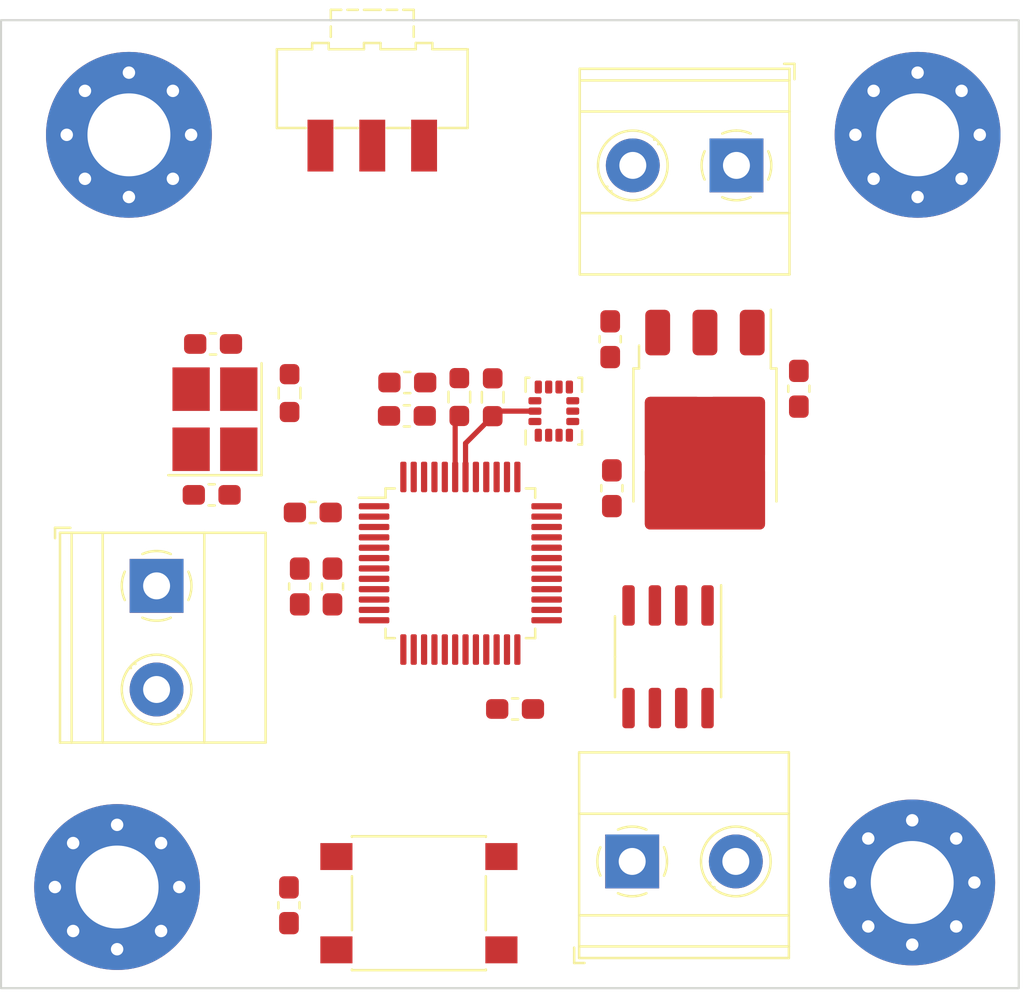
<source format=kicad_pcb>
(kicad_pcb (version 20221018) (generator pcbnew)
  (layers (0 "F.Cu" signal) (31 "B.Cu" signal) (34 "B.Paste" user) (35 "F.Paste" user) (36 "B.SilkS" user "B.Silkscreen") (37 "F.SilkS" user "F.Silkscreen") (38 "B.Mask" user) (39 "F.Mask" user) (44 "Edge.Cuts" user))
  (net 0 "")
  (net 1 "NRST")
  (net 2 "Net-(C1-Pad2)")
  (net 3 "HSE_In")
  (net 4 "GND")
  (net 5 "Net-(C3-Pad1)")
  (net 6 "+5V")
  (net 7 "+3.3V")
  (net 8 "Net-(J1-Pin_1)")
  (net 9 "Net-(J1-Pin_2)")
  (net 10 "GPIO2")
  (net 11 "GPIO1")
  (net 12 "I2C1_SCL")
  (net 13 "I2C1_SDA")
  (net 14 "HSE_OUT")
  (net 15 "BOOT0")
  (net 22 "CAN_TX")
  (net 23 "CAN_RX")
  (net 25 "Silent_Mode")
  (net 52 "INT1")
  (net 53 "INT2")
  (footprint "Capacitor_SMD:C_0603_1608Metric_Pad1.08x0.95mm_HandSolder" (layer "F.Cu") (at 132.15 78.58)
    (fp_text reference "C10" hide)
    (fp_text value "4.7u")
    (fp_line (start -0.146267 -0.51) (end 0.146267 -0.51) (stroke (width 0.12)) (layer "F.SilkS"))
    (fp_line (start -0.146267 0.51) (end 0.146267 0.51) (stroke (width 0.12)) (layer "F.SilkS"))
    (pad "1" smd roundrect (at -0.8625 0) (size 1.075 0.95) (layers "F.Cu" "F.Paste" "F.Mask") (net 7 "+3.3V"))
    (pad "2" smd roundrect (at 0.8625 0) (size 1.075 0.95) (layers "F.Cu" "F.Paste" "F.Mask") (net 4 "GND"))
  )
  (footprint "Capacitor_SMD:C_0603_1608Metric_Pad1.08x0.95mm_HandSolder" (layer "F.Cu") (at 127.59 84.85 180)
    (fp_text reference "C6" hide)
    (fp_text value "100n")
    (fp_line (start -0.146267 -0.51) (end 0.146267 -0.51) (stroke (width 0.12)) (layer "F.SilkS"))
    (fp_line (start -0.146267 0.51) (end 0.146267 0.51) (stroke (width 0.12)) (layer "F.SilkS"))
    (pad "1" smd roundrect (at -0.8625 0 180) (size 1.075 0.95) (layers "F.Cu" "F.Paste" "F.Mask") (net 7 "+3.3V"))
    (pad "2" smd roundrect (at 0.8625 0 180) (size 1.075 0.95) (layers "F.Cu" "F.Paste" "F.Mask") (net 4 "GND"))
  )
  (footprint "Package_SO:SOIC-8_3.9x4.9mm_P1.27mm" (layer "F.Cu") (at 144.73 91.81 -90)
    (fp_text reference "U2" hide)
    (fp_text value "TJA1051T")
    (fp_line (start 0 -2.56) (end -3.45 -2.56) (stroke (width 0.12)) (layer "F.SilkS"))
    (fp_line (start 0 -2.56) (end 1.95 -2.56) (stroke (width 0.12)) (layer "F.SilkS"))
    (fp_line (start 0 2.56) (end -1.95 2.56) (stroke (width 0.12)) (layer "F.SilkS"))
    (fp_line (start 0 2.56) (end 1.95 2.56) (stroke (width 0.12)) (layer "F.SilkS"))
    (pad "1" smd roundrect (at -2.475 -1.905 270) (size 1.95 0.6) (layers "F.Cu" "F.Paste" "F.Mask") (net 22 "CAN_TX"))
    (pad "2" smd roundrect (at -2.475 -0.635 270) (size 1.95 0.6) (layers "F.Cu" "F.Paste" "F.Mask") (net 4 "GND"))
    (pad "3" smd roundrect (at -2.475 0.635 270) (size 1.95 0.6) (layers "F.Cu" "F.Paste" "F.Mask") (net 6 "+5V"))
    (pad "4" smd roundrect (at -2.475 1.905 270) (size 1.95 0.6) (layers "F.Cu" "F.Paste" "F.Mask") (net 23 "CAN_RX"))
    (pad "5" smd roundrect (at 2.475 1.905 270) (size 1.95 0.6) (layers "F.Cu" "F.Paste" "F.Mask"))
    (pad "6" smd roundrect (at 2.475 0.635 270) (size 1.95 0.6) (layers "F.Cu" "F.Paste" "F.Mask") (net 8 "Net-(J1-Pin_1)"))
    (pad "7" smd roundrect (at 2.475 -0.635 270) (size 1.95 0.6) (layers "F.Cu" "F.Paste" "F.Mask") (net 9 "Net-(J1-Pin_2)"))
    (pad "8" smd roundrect (at 2.475 -1.905 270) (size 1.95 0.6) (layers "F.Cu" "F.Paste" "F.Mask") (net 25 "Silent_Mode"))
  )
  (footprint "Capacitor_SMD:C_0603_1608Metric_Pad1.08x0.95mm_HandSolder" (layer "F.Cu") (at 126.44 103.8 -90)
    (fp_text reference "C1" hide)
    (fp_text value "100n")
    (fp_line (start -0.146267 -0.51) (end 0.146267 -0.51) (stroke (width 0.12)) (layer "F.SilkS"))
    (fp_line (start -0.146267 0.51) (end 0.146267 0.51) (stroke (width 0.12)) (layer "F.SilkS"))
    (pad "1" smd roundrect (at -0.8625 0 270) (size 1.075 0.95) (layers "F.Cu" "F.Paste" "F.Mask") (net 1 "NRST"))
    (pad "2" smd roundrect (at 0.8625 0 270) (size 1.075 0.95) (layers "F.Cu" "F.Paste" "F.Mask") (net 2 "Net-(C1-Pad2)"))
  )
  (footprint "Package_LGA:LGA-14_3x2.5mm_P0.5mm_LayoutBorder3x4y" (layer "F.Cu") (at 139.22 79.96 90)
    (fp_text reference "U1" hide)
    (fp_text value "~")
    (fp_line (start -1.61 1.36) (end -1.61 1.185) (stroke (width 0.12)) (layer "F.SilkS"))
    (fp_line (start -0.935 -1.36) (end -1.61 -1.36) (stroke (width 0.12)) (layer "F.SilkS"))
    (fp_line (start -0.935 1.36) (end -1.61 1.36) (stroke (width 0.12)) (layer "F.SilkS"))
    (fp_line (start 0.935 -1.36) (end 1.61 -1.36) (stroke (width 0.12)) (layer "F.SilkS"))
    (fp_line (start 0.935 1.36) (end 1.61 1.36) (stroke (width 0.12)) (layer "F.SilkS"))
    (fp_line (start 1.61 -1.36) (end 1.61 -1.185) (stroke (width 0.12)) (layer "F.SilkS"))
    (fp_line (start 1.61 1.36) (end 1.61 1.185) (stroke (width 0.12)) (layer "F.SilkS"))
    (pad "1" smd roundrect (at -1.1625 -0.75 90) (size 0.625 0.35) (layers "F.Cu" "F.Paste" "F.Mask"))
    (pad "2" smd roundrect (at -1.1625 -0.25 90) (size 0.625 0.35) (layers "F.Cu" "F.Paste" "F.Mask"))
    (pad "3" smd roundrect (at -1.1625 0.25 90) (size 0.625 0.35) (layers "F.Cu" "F.Paste" "F.Mask"))
    (pad "4" smd roundrect (at -1.1625 0.75 90) (size 0.625 0.35) (layers "F.Cu" "F.Paste" "F.Mask") (net 52 "INT1"))
    (pad "5" smd roundrect (at -0.5 0.9125 90) (size 0.35 0.625) (layers "F.Cu" "F.Paste" "F.Mask") (net 7 "+3.3V"))
    (pad "6" smd roundrect (at 0 0.9125 90) (size 0.35 0.625) (layers "F.Cu" "F.Paste" "F.Mask") (net 4 "GND"))
    (pad "7" smd roundrect (at 0.5 0.9125 90) (size 0.35 0.625) (layers "F.Cu" "F.Paste" "F.Mask") (net 4 "GND"))
    (pad "8" smd roundrect (at 1.1625 0.75 90) (size 0.625 0.35) (layers "F.Cu" "F.Paste" "F.Mask") (net 7 "+3.3V"))
    (pad "9" smd roundrect (at 1.1625 0.25 90) (size 0.625 0.35) (layers "F.Cu" "F.Paste" "F.Mask") (net 53 "INT2"))
    (pad "10" smd roundrect (at 1.1625 -0.25 90) (size 0.625 0.35) (layers "F.Cu" "F.Paste" "F.Mask"))
    (pad "11" smd roundrect (at 1.1625 -0.75 90) (size 0.625 0.35) (layers "F.Cu" "F.Paste" "F.Mask"))
    (pad "12" smd roundrect (at 0.5 -0.9125 90) (size 0.35 0.625) (layers "F.Cu" "F.Paste" "F.Mask"))
    (pad "13" smd roundrect (at 0 -0.9125 90) (size 0.35 0.625) (layers "F.Cu" "F.Paste" "F.Mask") (net 12 "I2C1_SCL"))
    (pad "14" smd roundrect (at -0.5 -0.9125 90) (size 0.35 0.625) (layers "F.Cu" "F.Paste" "F.Mask") (net 13 "I2C1_SDA"))
  )
  (footprint "Crystal:Crystal_SMD_3225-4Pin_3.2x2.5mm_HandSoldering" (layer "F.Cu") (at 122.87 80.35 90)
    (fp_text reference "Y1" hide)
    (fp_text value "Crystal_GND24")
    (fp_line (start -2.7 -2.25) (end -2.7 2.25) (stroke (width 0.12)) (layer "F.SilkS"))
    (fp_line (start -2.7 2.25) (end 2.7 2.25) (stroke (width 0.12)) (layer "F.SilkS"))
    (pad "1" smd rect (at -1.45 1.15 90) (size 2.1 1.8) (layers "F.Cu" "F.Paste" "F.Mask") (net 3 "HSE_In"))
    (pad "2" smd rect (at 1.45 1.15 90) (size 2.1 1.8) (layers "F.Cu" "F.Paste" "F.Mask") (net 4 "GND"))
    (pad "3" smd rect (at 1.45 -1.15 90) (size 2.1 1.8) (layers "F.Cu" "F.Paste" "F.Mask") (net 5 "Net-(C3-Pad1)"))
    (pad "4" smd rect (at -1.45 -1.15 90) (size 2.1 1.8) (layers "F.Cu" "F.Paste" "F.Mask") (net 4 "GND"))
  )
  (footprint "Capacitor_SMD:C_0603_1608Metric_Pad1.08x0.95mm_HandSolder" (layer "F.Cu") (at 151.04 78.88 90)
    (fp_text reference "C5" hide)
    (fp_text value "22u")
    (fp_line (start -0.146267 -0.51) (end 0.146267 -0.51) (stroke (width 0.12)) (layer "F.SilkS"))
    (fp_line (start -0.146267 0.51) (end 0.146267 0.51) (stroke (width 0.12)) (layer "F.SilkS"))
    (pad "1" smd roundrect (at -0.8625 0 90) (size 1.075 0.95) (layers "F.Cu" "F.Paste" "F.Mask") (net 7 "+3.3V"))
    (pad "2" smd roundrect (at 0.8625 0 90) (size 1.075 0.95) (layers "F.Cu" "F.Paste" "F.Mask") (net 4 "GND"))
  )
  (footprint "Capacitor_SMD:C_0603_1608Metric_Pad1.08x0.95mm_HandSolder" (layer "F.Cu") (at 122.78 76.72)
    (fp_text reference "C3" hide)
    (fp_text value "C")
    (fp_line (start -0.146267 -0.51) (end 0.146267 -0.51) (stroke (width 0.12)) (layer "F.SilkS"))
    (fp_line (start -0.146267 0.51) (end 0.146267 0.51) (stroke (width 0.12)) (layer "F.SilkS"))
    (pad "1" smd roundrect (at -0.8625 0) (size 1.075 0.95) (layers "F.Cu" "F.Paste" "F.Mask") (net 5 "Net-(C3-Pad1)"))
    (pad "2" smd roundrect (at 0.8625 0) (size 1.075 0.95) (layers "F.Cu" "F.Paste" "F.Mask") (net 4 "GND"))
  )
  (footprint "Capacitor_SMD:C_0603_1608Metric_Pad1.08x0.95mm_HandSolder" (layer "F.Cu") (at 137.35 94.33 180)
    (fp_text reference "C9" hide)
    (fp_text value "100n")
    (fp_line (start -0.146267 -0.51) (end 0.146267 -0.51) (stroke (width 0.12)) (layer "F.SilkS"))
    (fp_line (start -0.146267 0.51) (end 0.146267 0.51) (stroke (width 0.12)) (layer "F.SilkS"))
    (pad "1" smd roundrect (at -0.8625 0 180) (size 1.075 0.95) (layers "F.Cu" "F.Paste" "F.Mask") (net 7 "+3.3V"))
    (pad "2" smd roundrect (at 0.8625 0 180) (size 1.075 0.95) (layers "F.Cu" "F.Paste" "F.Mask") (net 4 "GND"))
  )
  (footprint "Capacitor_SMD:C_0603_1608Metric_Pad1.08x0.95mm_HandSolder" (layer "F.Cu") (at 142.02 83.68 -90)
    (fp_text reference "C8" hide)
    (fp_text value "100n")
    (fp_line (start -0.146267 -0.51) (end 0.146267 -0.51) (stroke (width 0.12)) (layer "F.SilkS"))
    (fp_line (start -0.146267 0.51) (end 0.146267 0.51) (stroke (width 0.12)) (layer "F.SilkS"))
    (pad "1" smd roundrect (at -0.8625 0 270) (size 1.075 0.95) (layers "F.Cu" "F.Paste" "F.Mask") (net 7 "+3.3V"))
    (pad "2" smd roundrect (at 0.8625 0 270) (size 1.075 0.95) (layers "F.Cu" "F.Paste" "F.Mask") (net 4 "GND"))
  )
  (footprint "MountingHole:MountingHole_4mm_Pad_Via" (layer "F.Cu") (at 118.15 102.92)
    (fp_text reference "H2" hide)
    (fp_text value "MountingHole")
    (pad "1" thru_hole circle (at -3 0) (size 0.9 0.9) (drill 0.6) (layers "*.Cu" "*.Mask"))
    (pad "1" thru_hole circle (at -2.12132 -2.12132) (size 0.9 0.9) (drill 0.6) (layers "*.Cu" "*.Mask"))
    (pad "1" thru_hole circle (at -2.12132 2.12132) (size 0.9 0.9) (drill 0.6) (layers "*.Cu" "*.Mask"))
    (pad "1" thru_hole circle (at 0 -3) (size 0.9 0.9) (drill 0.6) (layers "*.Cu" "*.Mask"))
    (pad "1" thru_hole circle (at 0 0) (size 8 8) (drill 4) (layers "*.Cu" "*.Mask"))
    (pad "1" thru_hole circle (at 0 3) (size 0.9 0.9) (drill 0.6) (layers "*.Cu" "*.Mask"))
    (pad "1" thru_hole circle (at 2.12132 -2.12132) (size 0.9 0.9) (drill 0.6) (layers "*.Cu" "*.Mask"))
    (pad "1" thru_hole circle (at 2.12132 2.12132) (size 0.9 0.9) (drill 0.6) (layers "*.Cu" "*.Mask"))
    (pad "1" thru_hole circle (at 3 0) (size 0.9 0.9) (drill 0.6) (layers "*.Cu" "*.Mask"))
  )
  (footprint "Capacitor_SMD:C_0603_1608Metric_Pad1.08x0.95mm_HandSolder" (layer "F.Cu") (at 132.13 80.19)
    (fp_text reference "C7" hide)
    (fp_text value "100n")
    (fp_line (start -0.146267 -0.51) (end 0.146267 -0.51) (stroke (width 0.12)) (layer "F.SilkS"))
    (fp_line (start -0.146267 0.51) (end 0.146267 0.51) (stroke (width 0.12)) (layer "F.SilkS"))
    (pad "1" smd roundrect (at -0.8625 0) (size 1.075 0.95) (layers "F.Cu" "F.Paste" "F.Mask") (net 7 "+3.3V"))
    (pad "2" smd roundrect (at 0.8625 0) (size 1.075 0.95) (layers "F.Cu" "F.Paste" "F.Mask") (net 4 "GND"))
  )
  (footprint "Capacitor_SMD:C_0603_1608Metric_Pad1.08x0.95mm_HandSolder" (layer "F.Cu") (at 141.94 76.49 90)
    (fp_text reference "C4" hide)
    (fp_text value "10u")
    (fp_line (start -0.146267 -0.51) (end 0.146267 -0.51) (stroke (width 0.12)) (layer "F.SilkS"))
    (fp_line (start -0.146267 0.51) (end 0.146267 0.51) (stroke (width 0.12)) (layer "F.SilkS"))
    (pad "1" smd roundrect (at -0.8625 0 90) (size 1.075 0.95) (layers "F.Cu" "F.Paste" "F.Mask") (net 6 "+5V"))
    (pad "2" smd roundrect (at 0.8625 0 90) (size 1.075 0.95) (layers "F.Cu" "F.Paste" "F.Mask") (net 4 "GND"))
  )
  (footprint "Package_QFP:LQFP-48_7x7mm_P0.5mm" (layer "F.Cu") (at 134.71 87.3)
    (fp_text reference "U3" hide)
    (fp_text value "STM32F103C8Tx")
    (fp_line (start -3.61 -3.61) (end -3.61 -3.16) (stroke (width 0.12)) (layer "F.SilkS"))
    (fp_line (start -3.61 -3.16) (end -4.9 -3.16) (stroke (width 0.12)) (layer "F.SilkS"))
    (fp_line (start -3.61 3.61) (end -3.61 3.16) (stroke (width 0.12)) (layer "F.SilkS"))
    (fp_line (start -3.16 -3.61) (end -3.61 -3.61) (stroke (width 0.12)) (layer "F.SilkS"))
    (fp_line (start -3.16 3.61) (end -3.61 3.61) (stroke (width 0.12)) (layer "F.SilkS"))
    (fp_line (start 3.16 -3.61) (end 3.61 -3.61) (stroke (width 0.12)) (layer "F.SilkS"))
    (fp_line (start 3.16 3.61) (end 3.61 3.61) (stroke (width 0.12)) (layer "F.SilkS"))
    (fp_line (start 3.61 -3.61) (end 3.61 -3.16) (stroke (width 0.12)) (layer "F.SilkS"))
    (fp_line (start 3.61 3.61) (end 3.61 3.16) (stroke (width 0.12)) (layer "F.SilkS"))
    (pad "1" smd roundrect (at -4.1625 -2.75) (size 1.475 0.3) (layers "F.Cu" "F.Paste" "F.Mask") (net 7 "+3.3V"))
    (pad "2" smd roundrect (at -4.1625 -2.25) (size 1.475 0.3) (layers "F.Cu" "F.Paste" "F.Mask"))
    (pad "3" smd roundrect (at -4.1625 -1.75) (size 1.475 0.3) (layers "F.Cu" "F.Paste" "F.Mask"))
    (pad "4" smd roundrect (at -4.1625 -1.25) (size 1.475 0.3) (layers "F.Cu" "F.Paste" "F.Mask"))
    (pad "5" smd roundrect (at -4.1625 -0.75) (size 1.475 0.3) (layers "F.Cu" "F.Paste" "F.Mask") (net 3 "HSE_In"))
    (pad "6" smd roundrect (at -4.1625 -0.25) (size 1.475 0.3) (layers "F.Cu" "F.Paste" "F.Mask") (net 14 "HSE_OUT"))
    (pad "7" smd roundrect (at -4.1625 0.25) (size 1.475 0.3) (layers "F.Cu" "F.Paste" "F.Mask") (net 1 "NRST"))
    (pad "8" smd roundrect (at -4.1625 0.75) (size 1.475 0.3) (layers "F.Cu" "F.Paste" "F.Mask") (net 4 "GND"))
    (pad "9" smd roundrect (at -4.1625 1.25) (size 1.475 0.3) (layers "F.Cu" "F.Paste" "F.Mask") (net 7 "+3.3V"))
    (pad "10" smd roundrect (at -4.1625 1.75) (size 1.475 0.3) (layers "F.Cu" "F.Paste" "F.Mask"))
    (pad "11" smd roundrect (at -4.1625 2.25) (size 1.475 0.3) (layers "F.Cu" "F.Paste" "F.Mask"))
    (pad "12" smd roundrect (at -4.1625 2.75) (size 1.475 0.3) (layers "F.Cu" "F.Paste" "F.Mask"))
    (pad "13" smd roundrect (at -2.75 4.1625) (size 0.3 1.475) (layers "F.Cu" "F.Paste" "F.Mask") (net 11 "GPIO1"))
    (pad "14" smd roundrect (at -2.25 4.1625) (size 0.3 1.475) (layers "F.Cu" "F.Paste" "F.Mask") (net 10 "GPIO2"))
    (pad "15" smd roundrect (at -1.75 4.1625) (size 0.3 1.475) (layers "F.Cu" "F.Paste" "F.Mask"))
    (pad "16" smd roundrect (at -1.25 4.1625) (size 0.3 1.475) (layers "F.Cu" "F.Paste" "F.Mask"))
    (pad "17" smd roundrect (at -0.75 4.1625) (size 0.3 1.475) (layers "F.Cu" "F.Paste" "F.Mask"))
    (pad "18" smd roundrect (at -0.25 4.1625) (size 0.3 1.475) (layers "F.Cu" "F.Paste" "F.Mask"))
    (pad "19" smd roundrect (at 0.25 4.1625) (size 0.3 1.475) (layers "F.Cu" "F.Paste" "F.Mask"))
    (pad "20" smd roundrect (at 0.75 4.1625) (size 0.3 1.475) (layers "F.Cu" "F.Paste" "F.Mask"))
    (pad "21" smd roundrect (at 1.25 4.1625) (size 0.3 1.475) (layers "F.Cu" "F.Paste" "F.Mask"))
    (pad "22" smd roundrect (at 1.75 4.1625) (size 0.3 1.475) (layers "F.Cu" "F.Paste" "F.Mask"))
    (pad "23" smd roundrect (at 2.25 4.1625) (size 0.3 1.475) (layers "F.Cu" "F.Paste" "F.Mask") (net 4 "GND"))
    (pad "24" smd roundrect (at 2.75 4.1625) (size 0.3 1.475) (layers "F.Cu" "F.Paste" "F.Mask") (net 7 "+3.3V"))
    (pad "25" smd roundrect (at 4.1625 2.75) (size 1.475 0.3) (layers "F.Cu" "F.Paste" "F.Mask"))
    (pad "26" smd roundrect (at 4.1625 2.25) (size 1.475 0.3) (layers "F.Cu" "F.Paste" "F.Mask"))
    (pad "27" smd roundrect (at 4.1625 1.75) (size 1.475 0.3) (layers "F.Cu" "F.Paste" "F.Mask"))
    (pad "28" smd roundrect (at 4.1625 1.25) (size 1.475 0.3) (layers "F.Cu" "F.Paste" "F.Mask"))
    (pad "29" smd roundrect (at 4.1625 0.75) (size 1.475 0.3) (layers "F.Cu" "F.Paste" "F.Mask"))
    (pad "30" smd roundrect (at 4.1625 0.25) (size 1.475 0.3) (layers "F.Cu" "F.Paste" "F.Mask") (net 25 "Silent_Mode"))
    (pad "31" smd roundrect (at 4.1625 -0.25) (size 1.475 0.3) (layers "F.Cu" "F.Paste" "F.Mask"))
    (pad "32" smd roundrect (at 4.1625 -0.75) (size 1.475 0.3) (layers "F.Cu" "F.Paste" "F.Mask"))
    (pad "33" smd roundrect (at 4.1625 -1.25) (size 1.475 0.3) (layers "F.Cu" "F.Paste" "F.Mask") (net 22 "CAN_TX"))
    (pad "34" smd roundrect (at 4.1625 -1.75) (size 1.475 0.3) (layers "F.Cu" "F.Paste" "F.Mask") (net 23 "CAN_RX"))
    (pad "35" smd roundrect (at 4.1625 -2.25) (size 1.475 0.3) (layers "F.Cu" "F.Paste" "F.Mask") (net 4 "GND"))
    (pad "36" smd roundrect (at 4.1625 -2.75) (size 1.475 0.3) (layers "F.Cu" "F.Paste" "F.Mask") (net 7 "+3.3V"))
    (pad "37" smd roundrect (at 2.75 -4.1625) (size 0.3 1.475) (layers "F.Cu" "F.Paste" "F.Mask"))
    (pad "38" smd roundrect (at 2.25 -4.1625) (size 0.3 1.475) (layers "F.Cu" "F.Paste" "F.Mask"))
    (pad "39" smd roundrect (at 1.75 -4.1625) (size 0.3 1.475) (layers "F.Cu" "F.Paste" "F.Mask"))
    (pad "40" smd roundrect (at 1.25 -4.1625) (size 0.3 1.475) (layers "F.Cu" "F.Paste" "F.Mask") (net 52 "INT1"))
    (pad "41" smd roundrect (at 0.75 -4.1625) (size 0.3 1.475) (layers "F.Cu" "F.Paste" "F.Mask") (net 53 "INT2"))
    (pad "42" smd roundrect (at 0.25 -4.1625) (size 0.3 1.475) (layers "F.Cu" "F.Paste" "F.Mask") (net 12 "I2C1_SCL"))
    (pad "43" smd roundrect (at -0.25 -4.1625) (size 0.3 1.475) (layers "F.Cu" "F.Paste" "F.Mask") (net 13 "I2C1_SDA"))
    (pad "44" smd roundrect (at -0.75 -4.1625) (size 0.3 1.475) (layers "F.Cu" "F.Paste" "F.Mask") (net 15 "BOOT0"))
    (pad "45" smd roundrect (at -1.25 -4.1625) (size 0.3 1.475) (layers "F.Cu" "F.Paste" "F.Mask"))
    (pad "46" smd roundrect (at -1.75 -4.1625) (size 0.3 1.475) (layers "F.Cu" "F.Paste" "F.Mask"))
    (pad "47" smd roundrect (at -2.25 -4.1625) (size 0.3 1.475) (layers "F.Cu" "F.Paste" "F.Mask") (net 4 "GND"))
    (pad "48" smd roundrect (at -2.75 -4.1625) (size 0.3 1.475) (layers "F.Cu" "F.Paste" "F.Mask") (net 7 "+3.3V"))
  )
  (footprint "MountingHole:MountingHole_4mm_Pad_Via" (layer "F.Cu") (at 118.72 66.63)
    (fp_text reference "H1" hide)
    (fp_text value "MountingHole")
    (pad "1" thru_hole circle (at -3 0) (size 0.9 0.9) (drill 0.6) (layers "*.Cu" "*.Mask"))
    (pad "1" thru_hole circle (at -2.12132 -2.12132) (size 0.9 0.9) (drill 0.6) (layers "*.Cu" "*.Mask"))
    (pad "1" thru_hole circle (at -2.12132 2.12132) (size 0.9 0.9) (drill 0.6) (layers "*.Cu" "*.Mask"))
    (pad "1" thru_hole circle (at 0 -3) (size 0.9 0.9) (drill 0.6) (layers "*.Cu" "*.Mask"))
    (pad "1" thru_hole circle (at 0 0) (size 8 8) (drill 4) (layers "*.Cu" "*.Mask"))
    (pad "1" thru_hole circle (at 0 3) (size 0.9 0.9) (drill 0.6) (layers "*.Cu" "*.Mask"))
    (pad "1" thru_hole circle (at 2.12132 -2.12132) (size 0.9 0.9) (drill 0.6) (layers "*.Cu" "*.Mask"))
    (pad "1" thru_hole circle (at 2.12132 2.12132) (size 0.9 0.9) (drill 0.6) (layers "*.Cu" "*.Mask"))
    (pad "1" thru_hole circle (at 3 0) (size 0.9 0.9) (drill 0.6) (layers "*.Cu" "*.Mask"))
  )
  (footprint "Resistor_SMD:R_0603_1608Metric_Pad0.98x0.95mm_HandSolder" (layer "F.Cu") (at 126.47 79.09 90)
    (fp_text reference "R3" hide)
    (fp_text value "0")
    (fp_line (start -0.254724 -0.5225) (end 0.254724 -0.5225) (stroke (width 0.12)) (layer "F.SilkS"))
    (fp_line (start -0.254724 0.5225) (end 0.254724 0.5225) (stroke (width 0.12)) (layer "F.SilkS"))
    (pad "1" smd roundrect (at -0.9125 0 90) (size 0.975 0.95) (layers "F.Cu" "F.Paste" "F.Mask") (net 14 "HSE_OUT"))
    (pad "2" smd roundrect (at 0.9125 0 90) (size 0.975 0.95) (layers "F.Cu" "F.Paste" "F.Mask") (net 5 "Net-(C3-Pad1)"))
  )
  (footprint "TerminalBlock_Phoenix:TerminalBlock_Phoenix_MKDS-1,5-2_1x02_P5.00mm_Horizontal" (layer "F.Cu") (at 148.03 68.105 180)
    (fp_text reference "J3" hide)
    (fp_text value "Power")
    (fp_line (start -2.8 4.16) (end -2.8 4.9) (stroke (width 0.12)) (layer "F.SilkS"))
    (fp_line (start -2.8 4.9) (end -2.3 4.9) (stroke (width 0.12)) (layer "F.SilkS"))
    (fp_line (start -2.56 -5.261) (end -2.56 4.66) (stroke (width 0.12)) (layer "F.SilkS"))
    (fp_line (start -2.56 -5.261) (end 7.56 -5.261) (stroke (width 0.12)) (layer "F.SilkS"))
    (fp_line (start -2.56 -2.301) (end 7.56 -2.301) (stroke (width 0.12)) (layer "F.SilkS"))
    (fp_line (start -2.56 2.6) (end 7.56 2.6) (stroke (width 0.12)) (layer "F.SilkS"))
    (fp_line (start -2.56 4.1) (end 7.56 4.1) (stroke (width 0.12)) (layer "F.SilkS"))
    (fp_line (start -2.56 4.66) (end 7.56 4.66) (stroke (width 0.12)) (layer "F.SilkS"))
    (fp_line (start 3.773 1.023) (end 3.726 1.069) (stroke (width 0.12)) (layer "F.SilkS"))
    (fp_line (start 3.966 1.239) (end 3.931 1.274) (stroke (width 0.12)) (layer "F.SilkS"))
    (fp_line (start 6.07 -1.275) (end 6.035 -1.239) (stroke (width 0.12)) (layer "F.SilkS"))
    (fp_line (start 6.275 -1.069) (end 6.228 -1.023) (stroke (width 0.12)) (layer "F.SilkS"))
    (fp_line (start 7.56 -5.261) (end 7.56 4.66) (stroke (width 0.12)) (layer "F.SilkS"))
    (fp_arc (start -1.535427 0.683042) (mid -1.680501 -0.000524) (end -1.535 -0.684) (stroke (width 0.12)) (layer "F.SilkS"))
    (fp_arc (start -0.683042 -1.535427) (mid 0.000524 -1.680501) (end 0.684 -1.535) (stroke (width 0.12)) (layer "F.SilkS"))
    (fp_arc (start 0.028805 1.680253) (mid -0.335551 1.646659) (end -0.684 1.535) (stroke (width 0.12)) (layer "F.SilkS"))
    (fp_arc (start 0.683318 1.534756) (mid 0.349292 1.643288) (end 0 1.68) (stroke (width 0.12)) (layer "F.SilkS"))
    (fp_arc (start 1.535427 -0.683042) (mid 1.680501 0.000524) (end 1.535 0.684) (stroke (width 0.12)) (layer "F.SilkS"))
    (fp_circle (center 5 0) (end 6.68 0) (stroke (width 0.12)) (fill none) (layer "F.SilkS"))
    (pad "1" thru_hole rect (at 0 0 180) (size 2.6 2.6) (drill 1.3) (layers "*.Cu" "*.Mask") (net 4 "GND"))
    (pad "2" thru_hole circle (at 5 0 180) (size 2.6 2.6) (drill 1.3) (layers "*.Cu" "*.Mask") (net 6 "+5V"))
  )
  (footprint "Button_Switch_SMD:SW_SPDT_CK-JS102011SAQN" (layer "F.Cu") (at 130.46 64.4 180)
    (fp_text reference "SW2" hide)
    (fp_text value "BOOT0 selector ")
    (fp_line (start -4.6 -1.9) (end -3.2 -1.9) (stroke (width 0.12)) (layer "F.SilkS"))
    (fp_line (start -4.6 1.9) (end -4.6 -1.9) (stroke (width 0.12)) (layer "F.SilkS"))
    (fp_line (start -4.6 1.9) (end -4.6 1.9) (stroke (width 0.12)) (layer "F.SilkS"))
    (fp_line (start -2.9 1.9) (end -4.6 1.9) (stroke (width 0.12)) (layer "F.SilkS"))
    (fp_line (start -2.9 2.2) (end -2.9 1.9) (stroke (width 0.12)) (layer "F.SilkS"))
    (fp_line (start -2.1 1.9) (end -2.1 2.2) (stroke (width 0.12)) (layer "F.SilkS"))
    (fp_line (start -2.1 2.2) (end -2.9 2.2) (stroke (width 0.12)) (layer "F.SilkS"))
    (fp_line (start -2 2.5) (end -2 2.5) (stroke (width 0.12)) (layer "F.SilkS"))
    (fp_line (start -2 3) (end -2 2.5) (stroke (width 0.12)) (layer "F.SilkS"))
    (fp_line (start -2 3.3) (end -2 3.3) (stroke (width 0.12)) (layer "F.SilkS"))
    (fp_line (start -2 3.8) (end -2 3.3) (stroke (width 0.12)) (layer "F.SilkS"))
    (fp_line (start -2 3.8) (end -1.5 3.8) (stroke (width 0.12)) (layer "F.SilkS"))
    (fp_line (start -1.8 -1.9) (end -1.8 -1.9) (stroke (width 0.12)) (layer "F.SilkS"))
    (fp_line (start -1.5 3.8) (end -1.5 3.8) (stroke (width 0.12)) (layer "F.SilkS"))
    (fp_line (start -1.2 3.8) (end -0.7 3.8) (stroke (width 0.12)) (layer "F.SilkS"))
    (fp_line (start -0.7 -1.9) (end -1.8 -1.9) (stroke (width 0.12)) (layer "F.SilkS"))
    (fp_line (start -0.7 3.8) (end -0.7 3.8) (stroke (width 0.12)) (layer "F.SilkS"))
    (fp_line (start -0.4 1.9) (end -2.1 1.9) (stroke (width 0.12)) (layer "F.SilkS"))
    (fp_line (start -0.4 2.2) (end -0.4 1.9) (stroke (width 0.12)) (layer "F.SilkS"))
    (fp_line (start -0.4 3.8) (end -0.4 3.8) (stroke (width 0.12)) (layer "F.SilkS"))
    (fp_line (start 0.4 1.9) (end 0.4 2.2) (stroke (width 0.12)) (layer "F.SilkS"))
    (fp_line (start 0.4 2.2) (end -0.4 2.2) (stroke (width 0.12)) (layer "F.SilkS"))
    (fp_line (start 0.4 3.8) (end -0.4 3.8) (stroke (width 0.12)) (layer "F.SilkS"))
    (fp_line (start 0.7 -1.9) (end 0.7 -1.9) (stroke (width 0.12)) (layer "F.SilkS"))
    (fp_line (start 0.7 3.8) (end 0.7 3.8) (stroke (width 0.12)) (layer "F.SilkS"))
    (fp_line (start 1.2 3.8) (end 0.7 3.8) (stroke (width 0.12)) (layer "F.SilkS"))
    (fp_line (start 1.5 3.8) (end 1.5 3.8) (stroke (width 0.12)) (layer "F.SilkS"))
    (fp_line (start 1.8 -1.9) (end 0.7 -1.9) (stroke (width 0.12)) (layer "F.SilkS"))
    (fp_line (start 2 2.5) (end 2 2.5) (stroke (width 0.12)) (layer "F.SilkS"))
    (fp_line (start 2 3) (end 2 2.5) (stroke (width 0.12)) (layer "F.SilkS"))
    (fp_line (start 2 3.3) (end 2 3.3) (stroke (width 0.12)) (layer "F.SilkS"))
    (fp_line (start 2 3.8) (end 1.5 3.8) (stroke (width 0.12)) (layer "F.SilkS"))
    (fp_line (start 2 3.8) (end 2 3.3) (stroke (width 0.12)) (layer "F.SilkS"))
    (fp_line (start 2.1 1.9) (end 0.4 1.9) (stroke (width 0.12)) (layer "F.SilkS"))
    (fp_line (start 2.1 2.2) (end 2.1 1.9) (stroke (width 0.12)) (layer "F.SilkS"))
    (fp_line (start 2.9 1.9) (end 2.9 2.2) (stroke (width 0.12)) (layer "F.SilkS"))
    (fp_line (start 2.9 2.2) (end 2.1 2.2) (stroke (width 0.12)) (layer "F.SilkS"))
    (fp_line (start 3.2 -1.9) (end 4.6 -1.9) (stroke (width 0.12)) (layer "F.SilkS"))
    (fp_line (start 4.6 -1.9) (end 4.6 1.9) (stroke (width 0.12)) (layer "F.SilkS"))
    (fp_line (start 4.6 1.9) (end 2.9 1.9) (stroke (width 0.12)) (layer "F.SilkS"))
    (pad "" np_thru_hole circle (at -3.4 0 180) (size 0.9 0.9) (drill 0.9) (layers "*.Cu" "*.Mask"))
    (pad "" np_thru_hole circle (at 3.4 0 180) (size 0.9 0.9) (drill 0.9) (layers "*.Cu" "*.Mask"))
    (pad "1" smd rect (at -2.5 -2.75 180) (size 1.25 2.5) (layers "F.Cu" "F.Paste" "F.Mask") (net 15 "BOOT0"))
    (pad "2" smd rect (at 0 -2.75 180) (size 1.25 2.5) (layers "F.Cu" "F.Paste" "F.Mask") (net 7 "+3.3V"))
    (pad "3" smd rect (at 2.5 -2.75 180) (size 1.25 2.5) (layers "F.Cu" "F.Paste" "F.Mask") (net 4 "GND"))
  )
  (footprint "Capacitor_SMD:C_0603_1608Metric_Pad1.08x0.95mm_HandSolder" (layer "F.Cu") (at 126.96 88.42 90)
    (fp_text reference "C12" hide)
    (fp_text value "1u")
    (fp_line (start -0.146267 -0.51) (end 0.146267 -0.51) (stroke (width 0.12)) (layer "F.SilkS"))
    (fp_line (start -0.146267 0.51) (end 0.146267 0.51) (stroke (width 0.12)) (layer "F.SilkS"))
    (pad "1" smd roundrect (at -0.8625 0 90) (size 1.075 0.95) (layers "F.Cu" "F.Paste" "F.Mask") (net 7 "+3.3V"))
    (pad "2" smd roundrect (at 0.8625 0 90) (size 1.075 0.95) (layers "F.Cu" "F.Paste" "F.Mask") (net 4 "GND"))
  )
  (footprint "MountingHole:MountingHole_4mm_Pad_Via" (layer "F.Cu") (at 156.51 102.7)
    (fp_text reference "H4" hide)
    (fp_text value "MountingHole")
    (pad "1" thru_hole circle (at -3 0) (size 0.9 0.9) (drill 0.6) (layers "*.Cu" "*.Mask"))
    (pad "1" thru_hole circle (at -2.12132 -2.12132) (size 0.9 0.9) (drill 0.6) (layers "*.Cu" "*.Mask"))
    (pad "1" thru_hole circle (at -2.12132 2.12132) (size 0.9 0.9) (drill 0.6) (layers "*.Cu" "*.Mask"))
    (pad "1" thru_hole circle (at 0 -3) (size 0.9 0.9) (drill 0.6) (layers "*.Cu" "*.Mask"))
    (pad "1" thru_hole circle (at 0 0) (size 8 8) (drill 4) (layers "*.Cu" "*.Mask"))
    (pad "1" thru_hole circle (at 0 3) (size 0.9 0.9) (drill 0.6) (layers "*.Cu" "*.Mask"))
    (pad "1" thru_hole circle (at 2.12132 -2.12132) (size 0.9 0.9) (drill 0.6) (layers "*.Cu" "*.Mask"))
    (pad "1" thru_hole circle (at 2.12132 2.12132) (size 0.9 0.9) (drill 0.6) (layers "*.Cu" "*.Mask"))
    (pad "1" thru_hole circle (at 3 0) (size 0.9 0.9) (drill 0.6) (layers "*.Cu" "*.Mask"))
  )
  (footprint "Button_Switch_SMD:SW_SPST_PTS645" (layer "F.Cu") (at 132.71 103.7 180)
    (fp_text reference "SW1" hide)
    (fp_text value "Nrst")
    (fp_line (start -3.23 -3.23) (end 3.23 -3.23) (stroke (width 0.12)) (layer "F.SilkS"))
    (fp_line (start -3.23 -3.2) (end -3.23 -3.23) (stroke (width 0.12)) (layer "F.SilkS"))
    (fp_line (start -3.23 -1.3) (end -3.23 1.3) (stroke (width 0.12)) (layer "F.SilkS"))
    (fp_line (start -3.23 3.23) (end -3.23 3.2) (stroke (width 0.12)) (layer "F.SilkS"))
    (fp_line (start -3.23 3.23) (end 3.23 3.23) (stroke (width 0.12)) (layer "F.SilkS"))
    (fp_line (start 3.23 -3.23) (end 3.23 -3.2) (stroke (width 0.12)) (layer "F.SilkS"))
    (fp_line (start 3.23 -1.3) (end 3.23 1.3) (stroke (width 0.12)) (layer "F.SilkS"))
    (fp_line (start 3.23 3.23) (end 3.23 3.2) (stroke (width 0.12)) (layer "F.SilkS"))
    (pad "1" smd rect (at -3.98 -2.25 180) (size 1.55 1.3) (layers "F.Cu" "F.Paste" "F.Mask") (net 2 "Net-(C1-Pad2)"))
    (pad "1" smd rect (at 3.98 -2.25 180) (size 1.55 1.3) (layers "F.Cu" "F.Paste" "F.Mask") (net 2 "Net-(C1-Pad2)"))
    (pad "2" smd rect (at -3.98 2.25 180) (size 1.55 1.3) (layers "F.Cu" "F.Paste" "F.Mask") (net 1 "NRST"))
    (pad "2" smd rect (at 3.98 2.25 180) (size 1.55 1.3) (layers "F.Cu" "F.Paste" "F.Mask") (net 1 "NRST"))
  )
  (footprint "TerminalBlock_Phoenix:TerminalBlock_Phoenix_MKDS-1,5-2_1x02_P5.00mm_Horizontal" (layer "F.Cu") (at 143 101.685)
    (fp_text reference "J1" hide)
    (fp_text value "CANH and CANL ")
    (fp_line (start -2.8 4.16) (end -2.8 4.9) (stroke (width 0.12)) (layer "F.SilkS"))
    (fp_line (start -2.8 4.9) (end -2.3 4.9) (stroke (width 0.12)) (layer "F.SilkS"))
    (fp_line (start -2.56 -5.261) (end -2.56 4.66) (stroke (width 0.12)) (layer "F.SilkS"))
    (fp_line (start -2.56 -5.261) (end 7.56 -5.261) (stroke (width 0.12)) (layer "F.SilkS"))
    (fp_line (start -2.56 -2.301) (end 7.56 -2.301) (stroke (width 0.12)) (layer "F.SilkS"))
    (fp_line (start -2.56 2.6) (end 7.56 2.6) (stroke (width 0.12)) (layer "F.SilkS"))
    (fp_line (start -2.56 4.1) (end 7.56 4.1) (stroke (width 0.12)) (layer "F.SilkS"))
    (fp_line (start -2.56 4.66) (end 7.56 4.66) (stroke (width 0.12)) (layer "F.SilkS"))
    (fp_line (start 3.773 1.023) (end 3.726 1.069) (stroke (width 0.12)) (layer "F.SilkS"))
    (fp_line (start 3.966 1.239) (end 3.931 1.274) (stroke (width 0.12)) (layer "F.SilkS"))
    (fp_line (start 6.07 -1.275) (end 6.035 -1.239) (stroke (width 0.12)) (layer "F.SilkS"))
    (fp_line (start 6.275 -1.069) (end 6.228 -1.023) (stroke (width 0.12)) (layer "F.SilkS"))
    (fp_line (start 7.56 -5.261) (end 7.56 4.66) (stroke (width 0.12)) (layer "F.SilkS"))
    (fp_arc (start -1.535427 0.683042) (mid -1.680501 -0.000524) (end -1.535 -0.684) (stroke (width 0.12)) (layer "F.SilkS"))
    (fp_arc (start -0.683042 -1.535427) (mid 0.000524 -1.680501) (end 0.684 -1.535) (stroke (width 0.12)) (layer "F.SilkS"))
    (fp_arc (start 0.028805 1.680253) (mid -0.335551 1.646659) (end -0.684 1.535) (stroke (width 0.12)) (layer "F.SilkS"))
    (fp_arc (start 0.683318 1.534756) (mid 0.349292 1.643288) (end 0 1.68) (stroke (width 0.12)) (layer "F.SilkS"))
    (fp_arc (start 1.535427 -0.683042) (mid 1.680501 0.000524) (end 1.535 0.684) (stroke (width 0.12)) (layer "F.SilkS"))
    (fp_circle (center 5 0) (end 6.68 0) (stroke (width 0.12)) (fill none) (layer "F.SilkS"))
    (pad "1" thru_hole rect (at 0 0) (size 2.6 2.6) (drill 1.3) (layers "*.Cu" "*.Mask") (net 8 "Net-(J1-Pin_1)"))
    (pad "2" thru_hole circle (at 5 0) (size 2.6 2.6) (drill 1.3) (layers "*.Cu" "*.Mask") (net 9 "Net-(J1-Pin_2)"))
  )
  (footprint "Resistor_SMD:R_0603_1608Metric_Pad0.98x0.95mm_HandSolder" (layer "F.Cu") (at 136.27 79.29 -90)
    (fp_text reference "R1" hide)
    (fp_text value "2k2")
    (fp_line (start -0.254724 -0.5225) (end 0.254724 -0.5225) (stroke (width 0.12)) (layer "F.SilkS"))
    (fp_line (start -0.254724 0.5225) (end 0.254724 0.5225) (stroke (width 0.12)) (layer "F.SilkS"))
    (pad "1" smd roundrect (at -0.9125 0 270) (size 0.975 0.95) (layers "F.Cu" "F.Paste" "F.Mask") (net 7 "+3.3V"))
    (pad "2" smd roundrect (at 0.9125 0 270) (size 0.975 0.95) (layers "F.Cu" "F.Paste" "F.Mask") (net 12 "I2C1_SCL"))
  )
  (footprint "Capacitor_SMD:C_0603_1608Metric_Pad1.08x0.95mm_HandSolder" (layer "F.Cu") (at 122.7125 84 180)
    (fp_text reference "C2" hide)
    (fp_text value "C")
    (fp_line (start -0.146267 -0.51) (end 0.146267 -0.51) (stroke (width 0.12)) (layer "F.SilkS"))
    (fp_line (start -0.146267 0.51) (end 0.146267 0.51) (stroke (width 0.12)) (layer "F.SilkS"))
    (pad "1" smd roundrect (at -0.8625 0 180) (size 1.075 0.95) (layers "F.Cu" "F.Paste" "F.Mask") (net 3 "HSE_In"))
    (pad "2" smd roundrect (at 0.8625 0 180) (size 1.075 0.95) (layers "F.Cu" "F.Paste" "F.Mask") (net 4 "GND"))
  )
  (footprint "Capacitor_SMD:C_0603_1608Metric_Pad1.08x0.95mm_HandSolder" (layer "F.Cu") (at 128.54 88.42 90)
    (fp_text reference "C11" hide)
    (fp_text value "100n")
    (fp_line (start -0.146267 -0.51) (end 0.146267 -0.51) (stroke (width 0.12)) (layer "F.SilkS"))
    (fp_line (start -0.146267 0.51) (end 0.146267 0.51) (stroke (width 0.12)) (layer "F.SilkS"))
    (pad "1" smd roundrect (at -0.8625 0 90) (size 1.075 0.95) (layers "F.Cu" "F.Paste" "F.Mask") (net 7 "+3.3V"))
    (pad "2" smd roundrect (at 0.8625 0 90) (size 1.075 0.95) (layers "F.Cu" "F.Paste" "F.Mask") (net 4 "GND"))
  )
  (footprint "MountingHole:MountingHole_4mm_Pad_Via" (layer "F.Cu") (at 156.77 66.63)
    (fp_text reference "H3" hide)
    (fp_text value "MountingHole")
    (pad "1" thru_hole circle (at -3 0) (size 0.9 0.9) (drill 0.6) (layers "*.Cu" "*.Mask"))
    (pad "1" thru_hole circle (at -2.12132 -2.12132) (size 0.9 0.9) (drill 0.6) (layers "*.Cu" "*.Mask"))
    (pad "1" thru_hole circle (at -2.12132 2.12132) (size 0.9 0.9) (drill 0.6) (layers "*.Cu" "*.Mask"))
    (pad "1" thru_hole circle (at 0 -3) (size 0.9 0.9) (drill 0.6) (layers "*.Cu" "*.Mask"))
    (pad "1" thru_hole circle (at 0 0) (size 8 8) (drill 4) (layers "*.Cu" "*.Mask"))
    (pad "1" thru_hole circle (at 0 3) (size 0.9 0.9) (drill 0.6) (layers "*.Cu" "*.Mask"))
    (pad "1" thru_hole circle (at 2.12132 -2.12132) (size 0.9 0.9) (drill 0.6) (layers "*.Cu" "*.Mask"))
    (pad "1" thru_hole circle (at 2.12132 2.12132) (size 0.9 0.9) (drill 0.6) (layers "*.Cu" "*.Mask"))
    (pad "1" thru_hole circle (at 3 0) (size 0.9 0.9) (drill 0.6) (layers "*.Cu" "*.Mask"))
  )
  (footprint "Resistor_SMD:R_0603_1608Metric_Pad0.98x0.95mm_HandSolder" (layer "F.Cu") (at 134.66 79.28 -90)
    (fp_text reference "R2" hide)
    (fp_text value "2k2")
    (fp_line (start -0.254724 -0.5225) (end 0.254724 -0.5225) (stroke (width 0.12)) (layer "F.SilkS"))
    (fp_line (start -0.254724 0.5225) (end 0.254724 0.5225) (stroke (width 0.12)) (layer "F.SilkS"))
    (pad "1" smd roundrect (at -0.9125 0 270) (size 0.975 0.95) (layers "F.Cu" "F.Paste" "F.Mask") (net 7 "+3.3V"))
    (pad "2" smd roundrect (at 0.9125 0 270) (size 0.975 0.95) (layers "F.Cu" "F.Paste" "F.Mask") (net 13 "I2C1_SDA"))
  )
  (footprint "Package_TO_SOT_SMD:TO-252-3_TabPin2" (layer "F.Cu") (at 146.51 81.21 -90)
    (fp_text reference "U4" hide)
    (fp_text value "AMS1117CD-3.3")
    (fp_line (start -3.31 -3.45) (end -3.31 -3.18) (stroke (width 0.12)) (layer "F.SilkS"))
    (fp_line (start -3.31 -3.18) (end -6.14 -3.18) (stroke (width 0.12)) (layer "F.SilkS"))
    (fp_line (start -3.31 3.18) (end -4.41 3.18) (stroke (width 0.12)) (layer "F.SilkS"))
    (fp_line (start -3.31 3.45) (end -3.31 3.18) (stroke (width 0.12)) (layer "F.SilkS"))
    (fp_line (start 3.11 -3.45) (end -3.31 -3.45) (stroke (width 0.12)) (layer "F.SilkS"))
    (fp_line (start 3.11 3.45) (end -3.31 3.45) (stroke (width 0.12)) (layer "F.SilkS"))
    (pad "1" smd roundrect (at -5.04 -2.28 270) (size 2.2 1.2) (layers "F.Cu" "F.Paste" "F.Mask") (roundrect_rratio 0.208333) (net 4 "GND"))
    (pad "2" smd roundrect (at -5.04 0 270) (size 2.2 1.2) (layers "F.Cu" "F.Paste" "F.Mask") (roundrect_rratio 0.208333) (net 7 "+3.3V"))
    (pad "2" smd roundrect (at -0.415 -1.525 270) (size 3.05 2.75) (layers "F.Cu" "F.Paste") (roundrect_rratio 0.090909) (net 7 "+3.3V"))
    (pad "2" smd roundrect (at -0.415 1.525 270) (size 3.05 2.75) (layers "F.Cu" "F.Paste") (roundrect_rratio 0.090909) (net 7 "+3.3V"))
    (pad "2" smd roundrect (at 1.26 0 270) (size 6.4 5.8) (layers "F.Cu" "F.Mask") (roundrect_rratio 0.043103) (net 7 "+3.3V"))
    (pad "2" smd roundrect (at 2.935 -1.525 270) (size 3.05 2.75) (layers "F.Cu" "F.Paste") (roundrect_rratio 0.090909) (net 7 "+3.3V"))
    (pad "2" smd roundrect (at 2.935 1.525 270) (size 3.05 2.75) (layers "F.Cu" "F.Paste") (roundrect_rratio 0.090909) (net 7 "+3.3V"))
    (pad "3" smd roundrect (at -5.04 2.28 270) (size 2.2 1.2) (layers "F.Cu" "F.Paste" "F.Mask") (roundrect_rratio 0.208333) (net 6 "+5V"))
  )
  (footprint "TerminalBlock_Phoenix:TerminalBlock_Phoenix_MKDS-1,5-2_1x02_P5.00mm_Horizontal" (layer "F.Cu") (at 120.055 88.39 -90)
    (fp_text reference "J2" hide)
    (fp_text value "GPIO")
    (fp_line (start -2.8 4.16) (end -2.8 4.9) (stroke (width 0.12)) (layer "F.SilkS"))
    (fp_line (start -2.8 4.9) (end -2.3 4.9) (stroke (width 0.12)) (layer "F.SilkS"))
    (fp_line (start -2.56 -5.261) (end -2.56 4.66) (stroke (width 0.12)) (layer "F.SilkS"))
    (fp_line (start -2.56 -5.261) (end 7.56 -5.261) (stroke (width 0.12)) (layer "F.SilkS"))
    (fp_line (start -2.56 -2.301) (end 7.56 -2.301) (stroke (width 0.12)) (layer "F.SilkS"))
    (fp_line (start -2.56 2.6) (end 7.56 2.6) (stroke (width 0.12)) (layer "F.SilkS"))
    (fp_line (start -2.56 4.1) (end 7.56 4.1) (stroke (width 0.12)) (layer "F.SilkS"))
    (fp_line (start -2.56 4.66) (end 7.56 4.66) (stroke (width 0.12)) (layer "F.SilkS"))
    (fp_line (start 3.773 1.023) (end 3.726 1.069) (stroke (width 0.12)) (layer "F.SilkS"))
    (fp_line (start 3.966 1.239) (end 3.931 1.274) (stroke (width 0.12)) (layer "F.SilkS"))
    (fp_line (start 6.07 -1.275) (end 6.035 -1.239) (stroke (width 0.12)) (layer "F.SilkS"))
    (fp_line (start 6.275 -1.069) (end 6.228 -1.023) (stroke (width 0.12)) (layer "F.SilkS"))
    (fp_line (start 7.56 -5.261) (end 7.56 4.66) (stroke (width 0.12)) (layer "F.SilkS"))
    (fp_arc (start -1.535427 0.683042) (mid -1.680501 -0.000524) (end -1.535 -0.684) (stroke (width 0.12)) (layer "F.SilkS"))
    (fp_arc (start -0.683042 -1.535427) (mid 0.000524 -1.680501) (end 0.684 -1.535) (stroke (width 0.12)) (layer "F.SilkS"))
    (fp_arc (start 0.028805 1.680253) (mid -0.335551 1.646659) (end -0.684 1.535) (stroke (width 0.12)) (layer "F.SilkS"))
    (fp_arc (start 0.683318 1.534756) (mid 0.349292 1.643288) (end 0 1.68) (stroke (width 0.12)) (layer "F.SilkS"))
    (fp_arc (start 1.535427 -0.683042) (mid 1.680501 0.000524) (end 1.535 0.684) (stroke (width 0.12)) (layer "F.SilkS"))
    (fp_circle (center 5 0) (end 6.68 0) (stroke (width 0.12)) (fill none) (layer "F.SilkS"))
    (pad "1" thru_hole rect (at 0 0 270) (size 2.6 2.6) (drill 1.3) (layers "*.Cu" "*.Mask") (net 10 "GPIO2"))
    (pad "2" thru_hole circle (at 5 0 270) (size 2.6 2.6) (drill 1.3) (layers "*.Cu" "*.Mask") (net 11 "GPIO1"))
  )
  (gr_rect (start 112.55 61.1) (end 161.65 107.8) (stroke (width 0.1)) (fill none) (layer "Edge.Cuts"))
  (segment (start 134.96 81.5125) (end 134.96 83.1375) (width 0.25) (layer "F.Cu") (net 12))
  (segment (start 138.3075 79.96) (end 136.5125 79.96) (width 0.25) (layer "F.Cu") (net 12))
  (segment (start 136.27 80.2025) (end 134.96 81.5125) (width 0.25) (layer "F.Cu") (net 12))
  (segment (start 136.5125 79.96) (end 136.27 80.2025) (width 0.25) (layer "F.Cu") (net 12))
  (segment (start 134.66 80.1925) (end 134.46 80.3925) (width 0.25) (layer "F.Cu") (net 13))
  (segment (start 134.46 80.3925) (end 134.46 83.1375) (width 0.25) (layer "F.Cu") (net 13))
)
</source>
